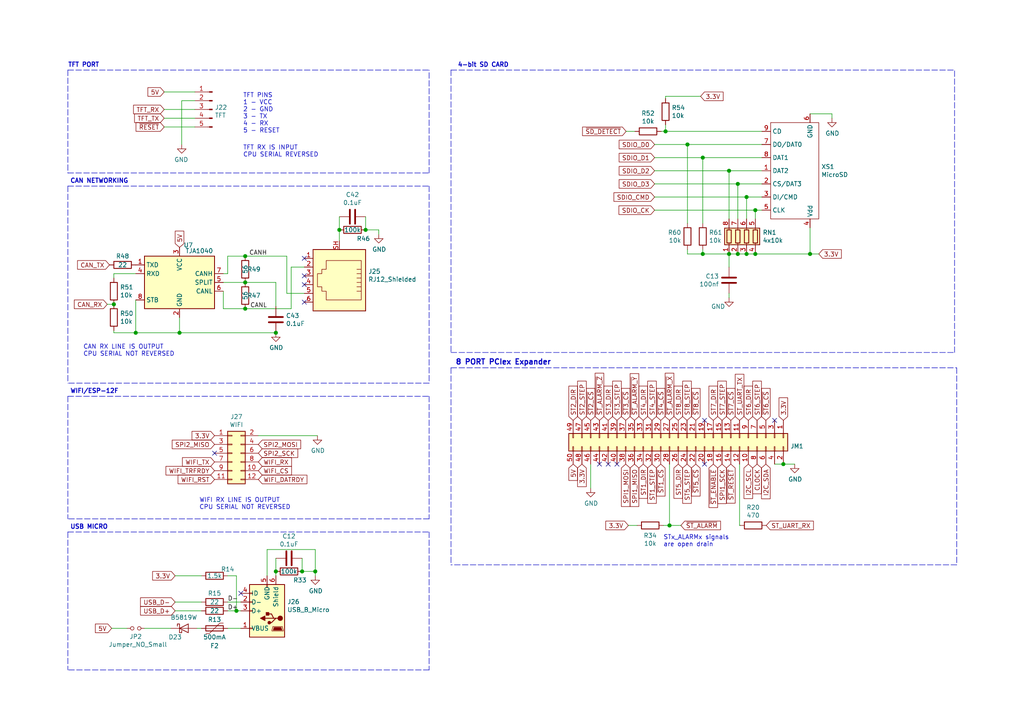
<source format=kicad_sch>
(kicad_sch (version 20210126) (generator eeschema)
  (paper "A4")
  (lib_symbols
    (symbol "Connector:Conn_01x05_Male" (pin_names (offset 1.016) hide)
      (property "Reference" "J" (at 0 7.62 0))
      (property "Value" "Conn_01x05_Male" (at 0 -7.62 0))
      (symbol "Conn_01x05_Male_1_1"
        (rectangle (start 0.8636 -4.953) (end 0 -5.207) (stroke (width 0.1524)) (fill (type outline)))
        (rectangle (start 0.8636 -2.413) (end 0 -2.667) (stroke (width 0.1524)) (fill (type outline)))
        (rectangle (start 0.8636 0.127) (end 0 -0.127) (stroke (width 0.1524)) (fill (type outline)))
        (rectangle (start 0.8636 2.667) (end 0 2.413) (stroke (width 0.1524)) (fill (type outline)))
        (rectangle (start 0.8636 5.207) (end 0 4.953) (stroke (width 0.1524)) (fill (type outline)))
        (polyline (pts (xy 1.27 -5.08) (xy 0.8636 -5.08)) (stroke (width 0.1524)))
        (polyline (pts (xy 1.27 -2.54) (xy 0.8636 -2.54)) (stroke (width 0.1524)))
        (polyline (pts (xy 1.27 0) (xy 0.8636 0)) (stroke (width 0.1524)))
        (polyline (pts (xy 1.27 2.54) (xy 0.8636 2.54)) (stroke (width 0.1524)))
        (polyline (pts (xy 1.27 5.08) (xy 0.8636 5.08)) (stroke (width 0.1524)))
        (pin passive line (at 5.08 5.08 180) (length 3.81) (name "Pin_1") (number "1"))
        (pin passive line (at 5.08 2.54 180) (length 3.81) (name "Pin_2") (number "2"))
        (pin passive line (at 5.08 0 180) (length 3.81) (name "Pin_3") (number "3"))
        (pin passive line (at 5.08 -2.54 180) (length 3.81) (name "Pin_4") (number "4"))
        (pin passive line (at 5.08 -5.08 180) (length 3.81) (name "Pin_5") (number "5"))
      )
    )
    (symbol "Connector:RJ12_Shielded" (pin_names (offset 1.016))
      (property "Reference" "J" (at -5.08 11.43 0))
      (property "Value" "RJ12_Shielded" (at 2.54 11.43 0))
      (symbol "RJ12_Shielded_0_1"
        (rectangle (start 7.62 10.16) (end -7.62 -7.62) (stroke (width 0.254)) (fill (type background)))
        (polyline (pts (xy -6.35 -1.905) (xy -5.08 -1.905) (xy -5.08 -1.905)))
        (polyline (pts (xy -6.35 -0.635) (xy -5.08 -0.635) (xy -5.08 -0.635)))
        (polyline (pts (xy -6.35 0.635) (xy -5.08 0.635) (xy -5.08 0.635)))
        (polyline (pts (xy -6.35 1.905) (xy -5.08 1.905) (xy -5.08 1.905)))
        (polyline (pts (xy -6.35 3.175) (xy -5.08 3.175) (xy -5.08 3.175)))
        (polyline (pts (xy -5.08 4.445) (xy -6.35 4.445) (xy -6.35 4.445)))
        (polyline (pts (xy -6.35 -4.445) (xy -6.35 6.985) (xy 3.81 6.985) (xy 3.81 4.445) (xy 5.08 4.445) (xy 5.08 3.175) (xy 6.35 3.175) (xy 6.35 -0.635) (xy 5.08 -0.635) (xy 5.08 -1.905) (xy 3.81 -1.905) (xy 3.81 -4.445) (xy -6.35 -4.445) (xy -6.35 -4.445)))
      )
      (symbol "RJ12_Shielded_1_1"
        (pin passive line (at 10.16 -5.08 180) (length 2.54) (name "~") (number "1"))
        (pin passive line (at 10.16 -2.54 180) (length 2.54) (name "~") (number "2"))
        (pin passive line (at 10.16 0 180) (length 2.54) (name "~") (number "3"))
        (pin passive line (at 10.16 2.54 180) (length 2.54) (name "~") (number "4"))
        (pin passive line (at 10.16 5.08 180) (length 2.54) (name "~") (number "5"))
        (pin passive line (at 10.16 7.62 180) (length 2.54) (name "~") (number "6"))
        (pin passive line (at 0 -10.16 90) (length 2.54) (name "~") (number "SH"))
      )
    )
    (symbol "Connector:USB_B_Micro"
      (property "Reference" "J" (at -5.08 11.43 0))
      (property "Value" "USB_B_Micro" (at -5.08 8.89 0))
      (symbol "USB_B_Micro_0_1"
        (circle (center -3.81 2.159) (radius 0.635) (stroke (width 0.254)) (fill (type outline)))
        (circle (center -0.635 3.429) (radius 0.381) (stroke (width 0.254)) (fill (type outline)))
        (rectangle (start -5.08 -7.62) (end 5.08 7.62) (stroke (width 0.254)) (fill (type background)))
        (rectangle (start -0.127 -7.62) (end 0.127 -6.858))
        (rectangle (start 0.254 1.27) (end -0.508 0.508) (stroke (width 0.254)) (fill (type outline)))
        (rectangle (start 5.08 -5.207) (end 4.318 -4.953))
        (rectangle (start 5.08 -2.667) (end 4.318 -2.413))
        (rectangle (start 5.08 -0.127) (end 4.318 0.127))
        (rectangle (start 5.08 4.953) (end 4.318 5.207))
        (polyline (pts (xy -1.905 2.159) (xy 0.635 2.159)) (stroke (width 0.254)))
        (polyline (pts (xy -3.175 2.159) (xy -2.54 2.159) (xy -1.27 3.429) (xy -0.635 3.429)) (stroke (width 0.254)))
        (polyline (pts (xy -2.54 2.159) (xy -1.905 2.159) (xy -1.27 0.889) (xy 0 0.889)) (stroke (width 0.254)))
        (polyline (pts (xy 0.635 2.794) (xy 0.635 1.524) (xy 1.905 2.159) (xy 0.635 2.794)) (stroke (width 0.254)) (fill (type outline)))
        (polyline (pts (xy -4.318 5.588) (xy -1.778 5.588) (xy -2.032 4.826) (xy -4.064 4.826) (xy -4.318 5.588)) (fill (type outline)))
        (polyline (pts (xy -4.699 5.842) (xy -4.699 5.588) (xy -4.445 4.826) (xy -4.445 4.572) (xy -1.651 4.572) (xy -1.651 4.826) (xy -1.397 5.588) (xy -1.397 5.842) (xy -4.699 5.842)))
      )
      (symbol "USB_B_Micro_1_1"
        (pin power_out line (at 7.62 5.08 180) (length 2.54) (name "VBUS") (number "1"))
        (pin passive line (at 7.62 -2.54 180) (length 2.54) (name "D-") (number "2"))
        (pin passive line (at 7.62 0 180) (length 2.54) (name "D+") (number "3"))
        (pin passive line (at 7.62 -5.08 180) (length 2.54) (name "ID") (number "4"))
        (pin power_out line (at 0 -10.16 90) (length 2.54) (name "GND") (number "5"))
        (pin passive line (at -2.54 -10.16 90) (length 2.54) (name "Shield") (number "6"))
      )
    )
    (symbol "Connector_Generic:Conn_02x06_Odd_Even" (pin_names (offset 1.016) hide)
      (property "Reference" "J" (at 1.27 7.62 0))
      (property "Value" "Conn_02x06_Odd_Even" (at 1.27 -10.16 0))
      (symbol "Conn_02x06_Odd_Even_1_1"
        (rectangle (start -1.27 -4.953) (end 0 -5.207) (stroke (width 0.1524)))
        (rectangle (start -1.27 -7.493) (end 0 -7.747) (stroke (width 0.1524)))
        (rectangle (start -1.27 -2.413) (end 0 -2.667) (stroke (width 0.1524)))
        (rectangle (start -1.27 2.667) (end 0 2.413) (stroke (width 0.1524)))
        (rectangle (start -1.27 5.207) (end 0 4.953) (stroke (width 0.1524)))
        (rectangle (start -1.27 6.35) (end 3.81 -8.89) (stroke (width 0.254)) (fill (type background)))
        (rectangle (start -1.27 0.127) (end 0 -0.127) (stroke (width 0.1524)))
        (rectangle (start 3.81 -4.953) (end 2.54 -5.207) (stroke (width 0.1524)))
        (rectangle (start 3.81 -7.493) (end 2.54 -7.747) (stroke (width 0.1524)))
        (rectangle (start 3.81 -2.413) (end 2.54 -2.667) (stroke (width 0.1524)))
        (rectangle (start 3.81 2.667) (end 2.54 2.413) (stroke (width 0.1524)))
        (rectangle (start 3.81 5.207) (end 2.54 4.953) (stroke (width 0.1524)))
        (rectangle (start 3.81 0.127) (end 2.54 -0.127) (stroke (width 0.1524)))
        (pin passive line (at -5.08 5.08 0) (length 3.81) (name "Pin_1") (number "1"))
        (pin passive line (at 7.62 -5.08 180) (length 3.81) (name "Pin_10") (number "10"))
        (pin passive line (at -5.08 -7.62 0) (length 3.81) (name "Pin_11") (number "11"))
        (pin passive line (at 7.62 -7.62 180) (length 3.81) (name "Pin_12") (number "12"))
        (pin passive line (at 7.62 5.08 180) (length 3.81) (name "Pin_2") (number "2"))
        (pin passive line (at -5.08 2.54 0) (length 3.81) (name "Pin_3") (number "3"))
        (pin passive line (at 7.62 2.54 180) (length 3.81) (name "Pin_4") (number "4"))
        (pin passive line (at -5.08 0 0) (length 3.81) (name "Pin_5") (number "5"))
        (pin passive line (at 7.62 0 180) (length 3.81) (name "Pin_6") (number "6"))
        (pin passive line (at -5.08 -2.54 0) (length 3.81) (name "Pin_7") (number "7"))
        (pin passive line (at 7.62 -2.54 180) (length 3.81) (name "Pin_8") (number "8"))
        (pin passive line (at -5.08 -5.08 0) (length 3.81) (name "Pin_9") (number "9"))
      )
    )
    (symbol "Connector_Generic:Conn_02x25_Odd_Even" (pin_names (offset 1.016) hide)
      (property "Reference" "J" (at 1.27 33.02 0))
      (property "Value" "Conn_02x25_Odd_Even" (at 1.27 -33.02 0))
      (symbol "Conn_02x25_Odd_Even_1_1"
        (rectangle (start -1.27 -27.813) (end 0 -28.067) (stroke (width 0.1524)))
        (rectangle (start -1.27 -30.353) (end 0 -30.607) (stroke (width 0.1524)))
        (rectangle (start -1.27 -4.953) (end 0 -5.207) (stroke (width 0.1524)))
        (rectangle (start -1.27 -7.493) (end 0 -7.747) (stroke (width 0.1524)))
        (rectangle (start -1.27 -10.033) (end 0 -10.287) (stroke (width 0.1524)))
        (rectangle (start -1.27 -12.573) (end 0 -12.827) (stroke (width 0.1524)))
        (rectangle (start -1.27 -15.113) (end 0 -15.367) (stroke (width 0.1524)))
        (rectangle (start -1.27 -17.653) (end 0 -17.907) (stroke (width 0.1524)))
        (rectangle (start -1.27 -20.193) (end 0 -20.447) (stroke (width 0.1524)))
        (rectangle (start -1.27 -22.733) (end 0 -22.987) (stroke (width 0.1524)))
        (rectangle (start -1.27 -2.413) (end 0 -2.667) (stroke (width 0.1524)))
        (rectangle (start -1.27 -25.273) (end 0 -25.527) (stroke (width 0.1524)))
        (rectangle (start -1.27 25.527) (end 0 25.273) (stroke (width 0.1524)))
        (rectangle (start -1.27 2.667) (end 0 2.413) (stroke (width 0.1524)))
        (rectangle (start -1.27 28.067) (end 0 27.813) (stroke (width 0.1524)))
        (rectangle (start -1.27 30.607) (end 0 30.353) (stroke (width 0.1524)))
        (rectangle (start -1.27 31.75) (end 3.81 -31.75) (stroke (width 0.254)) (fill (type background)))
        (rectangle (start -1.27 5.207) (end 0 4.953) (stroke (width 0.1524)))
        (rectangle (start -1.27 7.747) (end 0 7.493) (stroke (width 0.1524)))
        (rectangle (start -1.27 10.287) (end 0 10.033) (stroke (width 0.1524)))
        (rectangle (start -1.27 0.127) (end 0 -0.127) (stroke (width 0.1524)))
        (rectangle (start -1.27 12.827) (end 0 12.573) (stroke (width 0.1524)))
        (rectangle (start -1.27 15.367) (end 0 15.113) (stroke (width 0.1524)))
        (rectangle (start -1.27 17.907) (end 0 17.653) (stroke (width 0.1524)))
        (rectangle (start -1.27 20.447) (end 0 20.193) (stroke (width 0.1524)))
        (rectangle (start -1.27 22.987) (end 0 22.733) (stroke (width 0.1524)))
        (rectangle (start 3.81 -27.813) (end 2.54 -28.067) (stroke (width 0.1524)))
        (rectangle (start 3.81 -30.353) (end 2.54 -30.607) (stroke (width 0.1524)))
        (rectangle (start 3.81 -4.953) (end 2.54 -5.207) (stroke (width 0.1524)))
        (rectangle (start 3.81 -7.493) (end 2.54 -7.747) (stroke (width 0.1524)))
        (rectangle (start 3.81 -10.033) (end 2.54 -10.287) (stroke (width 0.1524)))
        (rectangle (start 3.81 -12.573) (end 2.54 -12.827) (stroke (width 0.1524)))
        (rectangle (start 3.81 -15.113) (end 2.54 -15.367) (stroke (width 0.1524)))
        (rectangle (start 3.81 -17.653) (end 2.54 -17.907) (stroke (width 0.1524)))
        (rectangle (start 3.81 -20.193) (end 2.54 -20.447) (stroke (width 0.1524)))
        (rectangle (start 3.81 -22.733) (end 2.54 -22.987) (stroke (width 0.1524)))
        (rectangle (start 3.81 -2.413) (end 2.54 -2.667) (stroke (width 0.1524)))
        (rectangle (start 3.81 -25.273) (end 2.54 -25.527) (stroke (width 0.1524)))
        (rectangle (start 3.81 25.527) (end 2.54 25.273) (stroke (width 0.1524)))
        (rectangle (start 3.81 2.667) (end 2.54 2.413) (stroke (width 0.1524)))
        (rectangle (start 3.81 28.067) (end 2.54 27.813) (stroke (width 0.1524)))
        (rectangle (start 3.81 30.607) (end 2.54 30.353) (stroke (width 0.1524)))
        (rectangle (start 3.81 5.207) (end 2.54 4.953) (stroke (width 0.1524)))
        (rectangle (start 3.81 7.747) (end 2.54 7.493) (stroke (width 0.1524)))
        (rectangle (start 3.81 10.287) (end 2.54 10.033) (stroke (width 0.1524)))
        (rectangle (start 3.81 0.127) (end 2.54 -0.127) (stroke (width 0.1524)))
        (rectangle (start 3.81 12.827) (end 2.54 12.573) (stroke (width 0.1524)))
        (rectangle (start 3.81 15.367) (end 2.54 15.113) (stroke (width 0.1524)))
        (rectangle (start 3.81 17.907) (end 2.54 17.653) (stroke (width 0.1524)))
        (rectangle (start 3.81 20.447) (end 2.54 20.193) (stroke (width 0.1524)))
        (rectangle (start 3.81 22.987) (end 2.54 22.733) (stroke (width 0.1524)))
        (pin passive line (at -5.08 30.48 0) (length 3.81) (name "Pin_1") (number "1"))
        (pin passive line (at 7.62 20.32 180) (length 3.81) (name "Pin_10") (number "10"))
        (pin passive line (at -5.08 17.78 0) (length 3.81) (name "Pin_11") (number "11"))
        (pin passive line (at 7.62 17.78 180) (length 3.81) (name "Pin_12") (number "12"))
        (pin passive line (at -5.08 15.24 0) (length 3.81) (name "Pin_13") (number "13"))
        (pin passive line (at 7.62 15.24 180) (length 3.81) (name "Pin_14") (number "14"))
        (pin passive line (at -5.08 12.7 0) (length 3.81) (name "Pin_15") (number "15"))
        (pin passive line (at 7.62 12.7 180) (length 3.81) (name "Pin_16") (number "16"))
        (pin passive line (at -5.08 10.16 0) (length 3.81) (name "Pin_17") (number "17"))
        (pin passive line (at 7.62 10.16 180) (length 3.81) (name "Pin_18") (number "18"))
        (pin passive line (at -5.08 7.62 0) (length 3.81) (name "Pin_19") (number "19"))
        (pin passive line (at 7.62 30.48 180) (length 3.81) (name "Pin_2") (number "2"))
        (pin passive line (at 7.62 7.62 180) (length 3.81) (name "Pin_20") (number "20"))
        (pin passive line (at -5.08 5.08 0) (length 3.81) (name "Pin_21") (number "21"))
        (pin passive line (at 7.62 5.08 180) (length 3.81) (name "Pin_22") (number "22"))
        (pin passive line (at -5.08 2.54 0) (length 3.81) (name "Pin_23") (number "23"))
        (pin passive line (at 7.62 2.54 180) (length 3.81) (name "Pin_24") (number "24"))
        (pin passive line (at -5.08 0 0) (length 3.81) (name "Pin_25") (number "25"))
        (pin passive line (at 7.62 0 180) (length 3.81) (name "Pin_26") (number "26"))
        (pin passive line (at -5.08 -2.54 0) (length 3.81) (name "Pin_27") (number "27"))
        (pin passive line (at 7.62 -2.54 180) (length 3.81) (name "Pin_28") (number "28"))
        (pin passive line (at -5.08 -5.08 0) (length 3.81) (name "Pin_29") (number "29"))
        (pin passive line (at -5.08 27.94 0) (length 3.81) (name "Pin_3") (number "3"))
        (pin passive line (at 7.62 -5.08 180) (length 3.81) (name "Pin_30") (number "30"))
        (pin passive line (at -5.08 -7.62 0) (length 3.81) (name "Pin_31") (number "31"))
        (pin passive line (at 7.62 -7.62 180) (length 3.81) (name "Pin_32") (number "32"))
        (pin passive line (at -5.08 -10.16 0) (length 3.81) (name "Pin_33") (number "33"))
        (pin passive line (at 7.62 -10.16 180) (length 3.81) (name "Pin_34") (number "34"))
        (pin passive line (at -5.08 -12.7 0) (length 3.81) (name "Pin_35") (number "35"))
        (pin passive line (at 7.62 -12.7 180) (length 3.81) (name "Pin_36") (number "36"))
        (pin passive line (at -5.08 -15.24 0) (length 3.81) (name "Pin_37") (number "37"))
        (pin passive line (at 7.62 -15.24 180) (length 3.81) (name "Pin_38") (number "38"))
        (pin passive line (at -5.08 -17.78 0) (length 3.81) (name "Pin_39") (number "39"))
        (pin passive line (at 7.62 27.94 180) (length 3.81) (name "Pin_4") (number "4"))
        (pin passive line (at 7.62 -17.78 180) (length 3.81) (name "Pin_40") (number "40"))
        (pin passive line (at -5.08 -20.32 0) (length 3.81) (name "Pin_41") (number "41"))
        (pin passive line (at 7.62 -20.32 180) (length 3.81) (name "Pin_42") (number "42"))
        (pin passive line (at -5.08 -22.86 0) (length 3.81) (name "Pin_43") (number "43"))
        (pin passive line (at 7.62 -22.86 180) (length 3.81) (name "Pin_44") (number "44"))
        (pin passive line (at -5.08 -25.4 0) (length 3.81) (name "Pin_45") (number "45"))
        (pin passive line (at 7.62 -25.4 180) (length 3.81) (name "Pin_46") (number "46"))
        (pin passive line (at -5.08 -27.94 0) (length 3.81) (name "Pin_47") (number "47"))
        (pin passive line (at 7.62 -27.94 180) (length 3.81) (name "Pin_48") (number "48"))
        (pin passive line (at -5.08 -30.48 0) (length 3.81) (name "Pin_49") (number "49"))
        (pin passive line (at -5.08 25.4 0) (length 3.81) (name "Pin_5") (number "5"))
        (pin passive line (at 7.62 -30.48 180) (length 3.81) (name "Pin_50") (number "50"))
        (pin passive line (at 7.62 25.4 180) (length 3.81) (name "Pin_6") (number "6"))
        (pin passive line (at -5.08 22.86 0) (length 3.81) (name "Pin_7") (number "7"))
        (pin passive line (at 7.62 22.86 180) (length 3.81) (name "Pin_8") (number "8"))
        (pin passive line (at -5.08 20.32 0) (length 3.81) (name "Pin_9") (number "9"))
      )
    )
    (symbol "Device:C" (pin_numbers hide) (pin_names (offset 0.254))
      (property "Reference" "C" (at 0.635 2.54 0))
      (property "Value" "C" (at 0.635 -2.54 0))
      (symbol "C_0_1"
        (polyline (pts (xy -2.032 -0.762) (xy 2.032 -0.762)) (stroke (width 0.508)))
        (polyline (pts (xy -2.032 0.762) (xy 2.032 0.762)) (stroke (width 0.508)))
      )
      (symbol "C_1_1"
        (pin passive line (at 0 3.81 270) (length 2.794) (name "~") (number "1"))
        (pin passive line (at 0 -3.81 90) (length 2.794) (name "~") (number "2"))
      )
    )
    (symbol "Device:D_Schottky" (pin_numbers hide) (pin_names hide)
      (property "Reference" "D" (at 0 2.54 0))
      (property "Value" "D_Schottky" (at 0 -2.54 0))
      (symbol "D_Schottky_0_1"
        (polyline (pts (xy 1.27 0) (xy -1.27 0)))
        (polyline (pts (xy 1.27 1.27) (xy 1.27 -1.27) (xy -1.27 0) (xy 1.27 1.27)) (stroke (width 0.2032)))
        (polyline (pts (xy -1.905 0.635) (xy -1.905 1.27) (xy -1.27 1.27) (xy -1.27 -1.27) (xy -0.635 -1.27) (xy -0.635 -0.635)) (stroke (width 0.2032)))
      )
      (symbol "D_Schottky_1_1"
        (pin passive line (at -3.81 0 0) (length 2.54) (name "K") (number "1"))
        (pin passive line (at 3.81 0 180) (length 2.54) (name "A") (number "2"))
      )
    )
    (symbol "Device:Jumper_NO_Small" (pin_numbers hide) (pin_names (offset 0.762) hide)
      (property "Reference" "JP" (at 0 2.032 0))
      (property "Value" "Jumper_NO_Small" (at 0.254 -1.524 0))
      (symbol "Jumper_NO_Small_0_1"
        (circle (center -1.016 0) (radius 0.508))
        (circle (center 1.016 0) (radius 0.508))
        (pin passive line (at -2.54 0 0) (length 1.016) (name "1") (number "1"))
        (pin passive line (at 2.54 0 180) (length 1.016) (name "2") (number "2"))
      )
    )
    (symbol "Device:Polyfuse" (pin_numbers hide) (pin_names (offset 0))
      (property "Reference" "F" (at -2.54 0 90))
      (property "Value" "Polyfuse" (at 2.54 0 90))
      (symbol "Polyfuse_0_1"
        (rectangle (start -0.762 2.54) (end 0.762 -2.54) (stroke (width 0.254)))
        (polyline (pts (xy 0 2.54) (xy 0 -2.54)))
        (polyline (pts (xy -1.524 2.54) (xy -1.524 1.524) (xy 1.524 -1.524) (xy 1.524 -2.54)))
      )
      (symbol "Polyfuse_1_1"
        (pin passive line (at 0 3.81 270) (length 1.27) (name "~") (number "1"))
        (pin passive line (at 0 -3.81 90) (length 1.27) (name "~") (number "2"))
      )
    )
    (symbol "Device:R" (pin_numbers hide) (pin_names (offset 0))
      (property "Reference" "R" (at 2.032 0 90))
      (property "Value" "R" (at 0 0 90))
      (symbol "R_0_1"
        (rectangle (start -1.016 -2.54) (end 1.016 2.54) (stroke (width 0.254)))
      )
      (symbol "R_1_1"
        (pin passive line (at 0 3.81 270) (length 1.27) (name "~") (number "1"))
        (pin passive line (at 0 -3.81 90) (length 1.27) (name "~") (number "2"))
      )
    )
    (symbol "Device:R_Pack04" (pin_names (offset 0) hide)
      (property "Reference" "RN" (at -7.62 0 90))
      (property "Value" "R_Pack04" (at 5.08 0 90))
      (symbol "R_Pack04_0_1"
        (rectangle (start -6.35 -2.413) (end 3.81 2.413) (stroke (width 0.254)) (fill (type background)))
        (rectangle (start -5.715 1.905) (end -4.445 -1.905) (stroke (width 0.254)))
        (rectangle (start -3.175 1.905) (end -1.905 -1.905) (stroke (width 0.254)))
        (rectangle (start -0.635 1.905) (end 0.635 -1.905) (stroke (width 0.254)))
        (rectangle (start 1.905 1.905) (end 3.175 -1.905) (stroke (width 0.254)))
        (polyline (pts (xy -5.08 -2.54) (xy -5.08 -1.905)))
        (polyline (pts (xy -5.08 1.905) (xy -5.08 2.54)))
        (polyline (pts (xy -2.54 -2.54) (xy -2.54 -1.905)))
        (polyline (pts (xy -2.54 1.905) (xy -2.54 2.54)))
        (polyline (pts (xy 0 -2.54) (xy 0 -1.905)))
        (polyline (pts (xy 0 1.905) (xy 0 2.54)))
        (polyline (pts (xy 2.54 -2.54) (xy 2.54 -1.905)))
        (polyline (pts (xy 2.54 1.905) (xy 2.54 2.54)))
      )
      (symbol "R_Pack04_1_1"
        (pin passive line (at -5.08 -5.08 90) (length 2.54) (name "R1.1") (number "1"))
        (pin passive line (at -2.54 -5.08 90) (length 2.54) (name "R2.1") (number "2"))
        (pin passive line (at 0 -5.08 90) (length 2.54) (name "R3.1") (number "3"))
        (pin passive line (at 2.54 -5.08 90) (length 2.54) (name "R4.1") (number "4"))
        (pin passive line (at 2.54 5.08 270) (length 2.54) (name "R4.2") (number "5"))
        (pin passive line (at 0 5.08 270) (length 2.54) (name "R3.2") (number "6"))
        (pin passive line (at -2.54 5.08 270) (length 2.54) (name "R2.2") (number "7"))
        (pin passive line (at -5.08 5.08 270) (length 2.54) (name "R1.2") (number "8"))
      )
    )
    (symbol "Interface_CAN_LIN:TJA1042T"
      (property "Reference" "U" (at -10.16 8.89 0))
      (property "Value" "TJA1042T" (at 1.27 8.89 0))
      (symbol "TJA1042T_0_1"
        (rectangle (start -10.16 7.62) (end 10.16 -7.62) (stroke (width 0.254)) (fill (type background)))
      )
      (symbol "TJA1042T_1_1"
        (pin input line (at -12.7 5.08 0) (length 2.54) (name "TXD") (number "1"))
        (pin power_in line (at 0 -10.16 90) (length 2.54) (name "GND") (number "2"))
        (pin power_in line (at 0 10.16 270) (length 2.54) (name "VCC") (number "3"))
        (pin output line (at -12.7 2.54 0) (length 2.54) (name "RXD") (number "4"))
        (pin power_out line (at 12.7 0 180) (length 2.54) (name "SPLIT") (number "5"))
        (pin bidirectional line (at 12.7 -2.54 180) (length 2.54) (name "CANL") (number "6"))
        (pin bidirectional line (at 12.7 2.54 180) (length 2.54) (name "CANH") (number "7"))
        (pin input line (at -12.7 -5.08 0) (length 2.54) (name "STB") (number "8"))
      )
    )
    (symbol "power:GND" (power) (pin_names (offset 0))
      (property "Value" "GND" (at 0 -3.81 0))
      (symbol "GND_0_1"
        (polyline (pts (xy 0 0) (xy 0 -1.27) (xy 1.27 -1.27) (xy 0 -2.54) (xy -1.27 -1.27) (xy 0 -1.27)))
      )
      (symbol "GND_1_1"
        (pin power_in line (at 0 0 270) (length 0) hide (name "GND") (number "1"))
      )
    )
    (symbol "uSD_push-push_ebay:SD_ebay-uSD-push_push_SMD"
      (property "Reference" "XS" (at 6.35 -15.24 0))
      (property "Value" "SD_ebay-uSD-push_push_SMD" (at -8.255 0 90))
      (symbol "SD_ebay-uSD-push_push_SMD_0_1"
        (rectangle (start -6.35 13.97) (end 7.62 -13.97))
      )
      (symbol "SD_ebay-uSD-push_push_SMD_1_1"
        (pin bidirectional line (at 10.16 0 180) (length 2.54) (name "DAT2") (number "1"))
        (pin input line (at 10.16 3.81 180) (length 2.54) (name "CS/DAT3") (number "2"))
        (pin input line (at 10.16 7.62 180) (length 2.54) (name "DI/CMD") (number "3"))
        (pin input line (at -3.81 16.51 270) (length 2.54) (name "Vdd") (number "4"))
        (pin input line (at 10.16 11.43 180) (length 2.54) (name "CLK") (number "5"))
        (pin input line (at -3.81 -16.51 90) (length 2.54) (name "GND") (number "6"))
        (pin input line (at 10.16 -7.62 180) (length 2.54) (name "DO/DAT0") (number "7"))
        (pin bidirectional line (at 10.16 -3.81 180) (length 2.54) (name "DAT1") (number "8"))
        (pin input line (at 10.16 -11.43 180) (length 2.54) (name "CD") (number "9"))
      )
    )
  )
  (junction (at 33.02 88.265) (diameter 1.016))
  (junction (at 39.37 96.52) (diameter 1.016))
  (junction (at 52.07 96.52) (diameter 1.016))
  (junction (at 68.58 177.165) (diameter 1.016))
  (junction (at 71.12 74.295) (diameter 1.016))
  (junction (at 71.12 81.915) (diameter 1.016))
  (junction (at 71.12 89.535) (diameter 1.016))
  (junction (at 80.01 96.52) (diameter 1.016))
  (junction (at 80.01 165.735) (diameter 1.016))
  (junction (at 87.63 165.735) (diameter 1.016))
  (junction (at 91.44 165.735) (diameter 1.016))
  (junction (at 98.425 66.675) (diameter 1.016))
  (junction (at 106.045 66.675) (diameter 1.016))
  (junction (at 193.04 38.1) (diameter 1.016))
  (junction (at 194.183 152.4) (diameter 1.016))
  (junction (at 199.39 41.91) (diameter 1.016))
  (junction (at 203.835 45.72) (diameter 1.016))
  (junction (at 203.835 73.66) (diameter 1.016))
  (junction (at 211.455 49.53) (diameter 1.016))
  (junction (at 211.455 73.66) (diameter 1.016))
  (junction (at 213.995 53.34) (diameter 1.016))
  (junction (at 213.995 73.66) (diameter 1.016))
  (junction (at 216.535 57.15) (diameter 1.016))
  (junction (at 216.535 73.66) (diameter 1.016))
  (junction (at 219.075 60.96) (diameter 1.016))
  (junction (at 219.075 73.66) (diameter 1.016))
  (junction (at 227.203 134.62) (diameter 1.016))
  (junction (at 234.95 73.66) (diameter 1.016))
  (no_connect (at 62.23 131.445))
  (no_connect (at 69.85 172.085))
  (no_connect (at 88.265 74.93))
  (no_connect (at 88.265 80.01))
  (no_connect (at 88.265 82.55))
  (no_connect (at 88.265 87.63))
  (no_connect (at 173.863 134.62))
  (no_connect (at 176.403 134.62))
  (no_connect (at 178.943 134.62))
  (no_connect (at 204.343 121.92))
  (no_connect (at 204.343 134.62))
  (no_connect (at 224.663 121.92))
  (wire (pts (xy 31.115 88.265) (xy 33.02 88.265)))
  (wire (pts (xy 32.385 182.245) (xy 36.83 182.245)))
  (wire (pts (xy 33.02 79.375) (xy 33.02 80.645)))
  (wire (pts (xy 33.02 95.885) (xy 33.02 96.52)))
  (wire (pts (xy 33.02 96.52) (xy 39.37 96.52)))
  (wire (pts (xy 39.37 79.375) (xy 33.02 79.375)))
  (wire (pts (xy 39.37 86.995) (xy 39.37 96.52)))
  (wire (pts (xy 39.37 96.52) (xy 52.07 96.52)))
  (wire (pts (xy 41.91 182.245) (xy 49.53 182.245)))
  (wire (pts (xy 47.625 36.83) (xy 56.515 36.83)))
  (wire (pts (xy 52.07 96.52) (xy 52.07 92.075)))
  (wire (pts (xy 52.705 29.21) (xy 52.705 41.91)))
  (wire (pts (xy 56.515 26.67) (xy 47.625 26.67)))
  (wire (pts (xy 56.515 29.21) (xy 52.705 29.21)))
  (wire (pts (xy 56.515 31.75) (xy 47.625 31.75)))
  (wire (pts (xy 56.515 34.29) (xy 47.625 34.29)))
  (wire (pts (xy 57.15 182.245) (xy 58.42 182.245)))
  (wire (pts (xy 58.42 167.005) (xy 50.8 167.005)))
  (wire (pts (xy 58.42 174.625) (xy 50.8 174.625)))
  (wire (pts (xy 58.42 177.165) (xy 50.8 177.165)))
  (wire (pts (xy 64.77 79.375) (xy 66.04 79.375)))
  (wire (pts (xy 64.77 81.915) (xy 71.12 81.915)))
  (wire (pts (xy 64.77 84.455) (xy 64.77 89.535)))
  (wire (pts (xy 64.77 89.535) (xy 71.12 89.535)))
  (wire (pts (xy 66.04 74.295) (xy 66.04 79.375)))
  (wire (pts (xy 66.04 74.295) (xy 71.12 74.295)))
  (wire (pts (xy 66.04 167.005) (xy 68.58 167.005)))
  (wire (pts (xy 66.04 174.625) (xy 69.85 174.625)))
  (wire (pts (xy 66.04 177.165) (xy 68.58 177.165)))
  (wire (pts (xy 66.04 182.245) (xy 69.85 182.245)))
  (wire (pts (xy 68.58 167.005) (xy 68.58 177.165)))
  (wire (pts (xy 68.58 177.165) (xy 69.85 177.165)))
  (wire (pts (xy 71.12 74.295) (xy 83.185 74.295)))
  (wire (pts (xy 71.12 81.915) (xy 80.01 81.915)))
  (wire (pts (xy 71.12 89.535) (xy 84.455 89.535)))
  (wire (pts (xy 74.93 126.365) (xy 92.075 126.365)))
  (wire (pts (xy 77.47 159.385) (xy 91.44 159.385)))
  (wire (pts (xy 77.47 167.005) (xy 77.47 159.385)))
  (wire (pts (xy 80.01 81.915) (xy 80.01 88.9)))
  (wire (pts (xy 80.01 96.52) (xy 52.07 96.52)))
  (wire (pts (xy 80.01 165.735) (xy 80.01 161.925)))
  (wire (pts (xy 80.01 167.005) (xy 80.01 165.735)))
  (wire (pts (xy 83.185 74.295) (xy 83.185 85.09)))
  (wire (pts (xy 83.185 85.09) (xy 88.265 85.09)))
  (wire (pts (xy 84.455 77.47) (xy 88.265 77.47)))
  (wire (pts (xy 84.455 89.535) (xy 84.455 77.47)))
  (wire (pts (xy 87.63 161.925) (xy 87.63 165.735)))
  (wire (pts (xy 87.63 165.735) (xy 91.44 165.735)))
  (wire (pts (xy 91.44 159.385) (xy 91.44 165.735)))
  (wire (pts (xy 91.44 165.735) (xy 91.44 167.005)))
  (wire (pts (xy 98.425 66.675) (xy 98.425 62.865)))
  (wire (pts (xy 98.425 66.675) (xy 98.425 69.85)))
  (wire (pts (xy 106.045 62.865) (xy 106.045 66.675)))
  (wire (pts (xy 106.045 66.675) (xy 109.855 66.675)))
  (wire (pts (xy 109.855 66.675) (xy 109.855 67.945)))
  (wire (pts (xy 171.323 134.62) (xy 171.323 141.605)))
  (wire (pts (xy 181.61 38.1) (xy 184.15 38.1)))
  (wire (pts (xy 184.785 152.4) (xy 182.245 152.4)))
  (wire (pts (xy 189.865 41.91) (xy 199.39 41.91)))
  (wire (pts (xy 189.865 45.72) (xy 203.835 45.72)))
  (wire (pts (xy 189.865 49.53) (xy 211.455 49.53)))
  (wire (pts (xy 189.865 53.34) (xy 213.995 53.34)))
  (wire (pts (xy 189.865 57.15) (xy 216.535 57.15)))
  (wire (pts (xy 189.865 60.96) (xy 219.075 60.96)))
  (wire (pts (xy 191.77 38.1) (xy 193.04 38.1)))
  (wire (pts (xy 192.405 152.4) (xy 194.183 152.4)))
  (wire (pts (xy 193.04 27.94) (xy 193.04 28.575)))
  (wire (pts (xy 193.04 36.195) (xy 193.04 38.1)))
  (wire (pts (xy 193.04 38.1) (xy 220.98 38.1)))
  (wire (pts (xy 194.183 134.62) (xy 194.183 152.4)))
  (wire (pts (xy 194.183 152.4) (xy 197.485 152.4)))
  (wire (pts (xy 199.39 41.91) (xy 220.98 41.91)))
  (wire (pts (xy 199.39 64.77) (xy 199.39 41.91)))
  (wire (pts (xy 199.39 72.39) (xy 199.39 73.66)))
  (wire (pts (xy 199.39 73.66) (xy 203.835 73.66)))
  (wire (pts (xy 203.2 27.94) (xy 193.04 27.94)))
  (wire (pts (xy 203.835 45.72) (xy 220.98 45.72)))
  (wire (pts (xy 203.835 64.77) (xy 203.835 45.72)))
  (wire (pts (xy 203.835 72.39) (xy 203.835 73.66)))
  (wire (pts (xy 203.835 73.66) (xy 211.455 73.66)))
  (wire (pts (xy 211.455 49.53) (xy 211.455 63.5)))
  (wire (pts (xy 211.455 49.53) (xy 220.98 49.53)))
  (wire (pts (xy 211.455 73.66) (xy 211.455 77.47)))
  (wire (pts (xy 211.455 73.66) (xy 213.995 73.66)))
  (wire (pts (xy 211.455 86.36) (xy 211.455 85.09)))
  (wire (pts (xy 213.995 53.34) (xy 213.995 63.5)))
  (wire (pts (xy 213.995 53.34) (xy 220.98 53.34)))
  (wire (pts (xy 213.995 73.66) (xy 216.535 73.66)))
  (wire (pts (xy 214.503 134.62) (xy 214.503 152.4)))
  (wire (pts (xy 214.503 152.4) (xy 214.63 152.4)))
  (wire (pts (xy 216.535 57.15) (xy 216.535 63.5)))
  (wire (pts (xy 216.535 57.15) (xy 220.98 57.15)))
  (wire (pts (xy 216.535 73.66) (xy 219.075 73.66)))
  (wire (pts (xy 219.075 60.96) (xy 219.075 63.5)))
  (wire (pts (xy 219.075 60.96) (xy 220.98 60.96)))
  (wire (pts (xy 219.075 73.66) (xy 234.95 73.66)))
  (wire (pts (xy 224.663 134.62) (xy 227.203 134.62)))
  (wire (pts (xy 227.203 134.62) (xy 230.505 134.62)))
  (wire (pts (xy 234.95 33.02) (xy 241.3 33.02)))
  (wire (pts (xy 234.95 66.04) (xy 234.95 73.66)))
  (wire (pts (xy 237.49 73.66) (xy 234.95 73.66)))
  (wire (pts (xy 241.3 33.02) (xy 241.3 34.29)))
  (polyline (pts (xy 19.685 20.32) (xy 19.685 50.165)) (stroke (width 0) (type dash)))
  (polyline (pts (xy 19.685 20.32) (xy 124.46 20.32)) (stroke (width 0) (type dash)))
  (polyline (pts (xy 19.685 50.165) (xy 124.46 50.165)) (stroke (width 0) (type dash)))
  (polyline (pts (xy 19.685 53.975) (xy 19.685 111.125)) (stroke (width 0) (type dash)))
  (polyline (pts (xy 19.685 53.975) (xy 124.46 53.975)) (stroke (width 0) (type dash)))
  (polyline (pts (xy 19.685 114.935) (xy 19.685 150.495)) (stroke (width 0) (type dash)))
  (polyline (pts (xy 19.685 114.935) (xy 124.46 114.935)) (stroke (width 0) (type dash)))
  (polyline (pts (xy 19.685 154.305) (xy 19.685 194.31)) (stroke (width 0) (type dash)))
  (polyline (pts (xy 19.685 154.305) (xy 124.46 154.305)) (stroke (width 0) (type dash)))
  (polyline (pts (xy 124.46 50.165) (xy 124.46 20.32)) (stroke (width 0) (type dash)))
  (polyline (pts (xy 124.46 53.975) (xy 124.46 111.125)) (stroke (width 0) (type dash)))
  (polyline (pts (xy 124.46 111.125) (xy 19.685 111.125)) (stroke (width 0) (type dash)))
  (polyline (pts (xy 124.46 114.935) (xy 124.46 150.495)) (stroke (width 0) (type dash)))
  (polyline (pts (xy 124.46 150.495) (xy 19.685 150.495)) (stroke (width 0) (type dash)))
  (polyline (pts (xy 124.46 154.305) (xy 124.46 194.31)) (stroke (width 0) (type dash)))
  (polyline (pts (xy 124.46 194.31) (xy 19.685 194.31)) (stroke (width 0) (type dash)))
  (polyline (pts (xy 130.81 20.32) (xy 130.81 102.235)) (stroke (width 0) (type dash)))
  (polyline (pts (xy 130.81 20.32) (xy 276.86 20.32)) (stroke (width 0) (type dash)))
  (polyline (pts (xy 130.81 102.235) (xy 276.86 102.235)) (stroke (width 0) (type dash)))
  (polyline (pts (xy 130.81 106.68) (xy 130.81 163.83)) (stroke (width 0) (type dash)))
  (polyline (pts (xy 130.81 106.68) (xy 277.495 106.68)) (stroke (width 0) (type dash)))
  (polyline (pts (xy 276.86 102.235) (xy 276.86 20.32)) (stroke (width 0) (type dash)))
  (polyline (pts (xy 277.495 106.68) (xy 277.495 163.83)) (stroke (width 0) (type dash)))
  (polyline (pts (xy 277.495 163.83) (xy 130.81 163.83)) (stroke (width 0) (type dash)))
  (text "TFT PORT" (at 19.685 19.685 0) (effects (font (size 1.27 1.27) (thickness 0.254) bold) (justify left bottom)))
  (text "CAN NETWORKING" (at 20.32 53.34 0) (effects (font (size 1.27 1.27) (thickness 0.254) bold) (justify left bottom)))
  (text "WIFI/ESP-12F" (at 20.32 114.3 0) (effects (font (size 1.27 1.27) (thickness 0.254) bold) (justify left bottom)))
  (text "USB MICRO" (at 20.32 153.67 0) (effects (font (size 1.27 1.27) (thickness 0.254) bold) (justify left bottom)))
  (text "CAN RX LINE IS OUTPUT\nCPU SERIAL NOT REVERSED" (at 24.13 103.505 0) (effects (font (size 1.27 1.27)) (justify left bottom)))
  (text "WIFI RX LINE IS OUTPUT\nCPU SERIAL NOT REVERSED" (at 57.785 147.955 0) (effects (font (size 1.27 1.27)) (justify left bottom)))
  (text "TFT PINS\n1 - VCC\n2 - GND\n3 - TX\n4 - RX\n5 - RESET" (at 70.485 38.735 0) (effects (font (size 1.27 1.27)) (justify left bottom)))
  (text "TFT RX IS INPUT\nCPU SERIAL REVERSED" (at 70.485 45.72 0) (effects (font (size 1.27 1.27)) (justify left bottom)))
  (text "8 PORT PCIex Expander\n" (at 132.08 106.045 0) (effects (font (size 1.524 1.524) (thickness 0.3048) bold) (justify left bottom)))
  (text "4-bit SD CARD" (at 132.715 19.685 0) (effects (font (size 1.27 1.27) (thickness 0.254) bold) (justify left bottom)))
  (text "STx_ALARMx signals \nare open drain" (at 192.405 158.75 0) (effects (font (size 1.27 1.27)) (justify left bottom)))
  (label "D-" (at 66.04 174.625 0))
  (label "D+" (at 66.04 177.165 0))
  (label "CANH" (at 77.47 74.295 180))
  (label "CANL" (at 77.47 89.535 180))
  (global_label "CAN_RX" (shape input) (at 31.115 88.265 180) (property "Intersheet References" "${INTERSHEET_REFS}" (effects hide)))
  (global_label "CAN_TX" (shape input) (at 31.75 76.835 180) (property "Intersheet References" "${INTERSHEET_REFS}" (effects hide)))
  (global_label "5V" (shape input) (at 32.385 182.245 180) (property "Intersheet References" "${INTERSHEET_REFS}" (effects hide)))
  (global_label "5V" (shape input) (at 47.625 26.67 180) (property "Intersheet References" "${INTERSHEET_REFS}" (effects hide)))
  (global_label "TFT_RX" (shape input) (at 47.625 31.75 180) (property "Intersheet References" "${INTERSHEET_REFS}" (effects hide)))
  (global_label "TFT_TX" (shape input) (at 47.625 34.29 180) (property "Intersheet References" "${INTERSHEET_REFS}" (effects hide)))
  (global_label "~RESET" (shape input) (at 47.625 36.83 180) (property "Intersheet References" "${INTERSHEET_REFS}" (effects hide)))
  (global_label "3.3V" (shape input) (at 50.8 167.005 180) (property "Intersheet References" "${INTERSHEET_REFS}" (effects hide)))
  (global_label "USB_D-" (shape input) (at 50.8 174.625 180) (property "Intersheet References" "${INTERSHEET_REFS}" (effects hide)))
  (global_label "USB_D+" (shape input) (at 50.8 177.165 180) (property "Intersheet References" "${INTERSHEET_REFS}" (effects hide)))
  (global_label "5V" (shape input) (at 52.07 71.755 90) (property "Intersheet References" "${INTERSHEET_REFS}" (effects hide)))
  (global_label "3.3V" (shape input) (at 62.23 126.365 180) (property "Intersheet References" "${INTERSHEET_REFS}" (effects hide)))
  (global_label "SPI2_MISO" (shape input) (at 62.23 128.905 180) (property "Intersheet References" "${INTERSHEET_REFS}" (effects hide)))
  (global_label "WIFI_TX" (shape input) (at 62.23 133.985 180) (property "Intersheet References" "${INTERSHEET_REFS}" (effects hide)))
  (global_label "WIFI_TRFRDY" (shape input) (at 62.23 136.525 180) (property "Intersheet References" "${INTERSHEET_REFS}" (effects hide)))
  (global_label "WIFI_RST" (shape input) (at 62.23 139.065 180) (property "Intersheet References" "${INTERSHEET_REFS}" (effects hide)))
  (global_label "SPI2_MOSI" (shape input) (at 74.93 128.905 0) (property "Intersheet References" "${INTERSHEET_REFS}" (effects hide)))
  (global_label "SPI2_SCK" (shape input) (at 74.93 131.445 0) (property "Intersheet References" "${INTERSHEET_REFS}" (effects hide)))
  (global_label "WIFI_RX" (shape input) (at 74.93 133.985 0) (property "Intersheet References" "${INTERSHEET_REFS}" (effects hide)))
  (global_label "WIFI_CS" (shape input) (at 74.93 136.525 0) (property "Intersheet References" "${INTERSHEET_REFS}" (effects hide)))
  (global_label "WIFI_DATRDY" (shape input) (at 74.93 139.065 0) (property "Intersheet References" "${INTERSHEET_REFS}" (effects hide)))
  (global_label "ST2_DIR" (shape input) (at 166.243 121.92 90) (property "Intersheet References" "${INTERSHEET_REFS}" (effects hide)))
  (global_label "5V" (shape input) (at 166.243 134.62 270) (property "Intersheet References" "${INTERSHEET_REFS}" (effects hide)))
  (global_label "ST2_STEP" (shape input) (at 168.783 121.92 90) (property "Intersheet References" "${INTERSHEET_REFS}" (effects hide)))
  (global_label "3.3V" (shape input) (at 168.783 134.62 270) (property "Intersheet References" "${INTERSHEET_REFS}" (effects hide)))
  (global_label "~ST2_CS" (shape input) (at 171.323 121.92 90) (property "Intersheet References" "${INTERSHEET_REFS}" (effects hide)))
  (global_label "~ST_ALARM_Z" (shape input) (at 173.863 121.92 90) (property "Intersheet References" "${INTERSHEET_REFS}" (effects hide)))
  (global_label "ST3_DIR" (shape input) (at 176.403 121.92 90) (property "Intersheet References" "${INTERSHEET_REFS}" (effects hide)))
  (global_label "ST3_STEP" (shape input) (at 178.943 121.92 90) (property "Intersheet References" "${INTERSHEET_REFS}" (effects hide)))
  (global_label "~ST3_CS" (shape input) (at 181.483 121.92 90) (property "Intersheet References" "${INTERSHEET_REFS}" (effects hide)))
  (global_label "SPI1_MOSI" (shape input) (at 181.483 134.62 270) (property "Intersheet References" "${INTERSHEET_REFS}" (effects hide)))
  (global_label "~SD_DETECT" (shape input) (at 181.61 38.1 180) (property "Intersheet References" "${INTERSHEET_REFS}" (effects hide)))
  (global_label "3.3V" (shape input) (at 182.245 152.4 180) (property "Intersheet References" "${INTERSHEET_REFS}" (effects hide)))
  (global_label "~ST_ALARM_Y" (shape input) (at 184.023 121.92 90) (property "Intersheet References" "${INTERSHEET_REFS}" (effects hide)))
  (global_label "SPI1_MISO" (shape input) (at 184.023 134.62 270) (property "Intersheet References" "${INTERSHEET_REFS}" (effects hide)))
  (global_label "ST4_DIR" (shape input) (at 186.563 121.92 90) (property "Intersheet References" "${INTERSHEET_REFS}" (effects hide)))
  (global_label "ST1_DIR" (shape input) (at 186.563 134.62 270) (property "Intersheet References" "${INTERSHEET_REFS}" (effects hide)))
  (global_label "ST4_STEP" (shape input) (at 189.103 121.92 90) (property "Intersheet References" "${INTERSHEET_REFS}" (effects hide)))
  (global_label "ST1_STEP" (shape input) (at 189.103 134.62 270) (property "Intersheet References" "${INTERSHEET_REFS}" (effects hide)))
  (global_label "SDIO_D0" (shape input) (at 189.865 41.91 180) (property "Intersheet References" "${INTERSHEET_REFS}" (effects hide)))
  (global_label "SDIO_D1" (shape input) (at 189.865 45.72 180) (property "Intersheet References" "${INTERSHEET_REFS}" (effects hide)))
  (global_label "SDIO_D2" (shape input) (at 189.865 49.53 180) (property "Intersheet References" "${INTERSHEET_REFS}" (effects hide)))
  (global_label "SDIO_D3" (shape input) (at 189.865 53.34 180) (property "Intersheet References" "${INTERSHEET_REFS}" (effects hide)))
  (global_label "SDIO_CMD" (shape input) (at 189.865 57.15 180) (property "Intersheet References" "${INTERSHEET_REFS}" (effects hide)))
  (global_label "SDIO_CK" (shape input) (at 189.865 60.96 180) (property "Intersheet References" "${INTERSHEET_REFS}" (effects hide)))
  (global_label "~ST4_CS" (shape input) (at 191.643 121.92 90) (property "Intersheet References" "${INTERSHEET_REFS}" (effects hide)))
  (global_label "~ST1_CS" (shape input) (at 191.643 134.62 270) (property "Intersheet References" "${INTERSHEET_REFS}" (effects hide)))
  (global_label "~ST_ALARM_X" (shape input) (at 194.183 121.92 90) (property "Intersheet References" "${INTERSHEET_REFS}" (effects hide)))
  (global_label "ST8_DIR" (shape input) (at 196.723 121.92 90) (property "Intersheet References" "${INTERSHEET_REFS}" (effects hide)))
  (global_label "ST5_DIR" (shape input) (at 196.723 134.62 270) (property "Intersheet References" "${INTERSHEET_REFS}" (effects hide)))
  (global_label "~ST_ALARM" (shape input) (at 197.485 152.4 0) (property "Intersheet References" "${INTERSHEET_REFS}" (effects hide)))
  (global_label "ST8_STEP" (shape input) (at 199.263 121.92 90) (property "Intersheet References" "${INTERSHEET_REFS}" (effects hide)))
  (global_label "ST5_STEP" (shape input) (at 199.263 134.62 270) (property "Intersheet References" "${INTERSHEET_REFS}" (effects hide)))
  (global_label "~ST8_CS" (shape input) (at 201.803 121.92 90) (property "Intersheet References" "${INTERSHEET_REFS}" (effects hide)))
  (global_label "~ST5_CS" (shape input) (at 201.803 134.62 270) (property "Intersheet References" "${INTERSHEET_REFS}" (effects hide)))
  (global_label "3.3V" (shape input) (at 203.2 27.94 0) (property "Intersheet References" "${INTERSHEET_REFS}" (effects hide)))
  (global_label "ST7_DIR" (shape input) (at 206.883 121.92 90) (property "Intersheet References" "${INTERSHEET_REFS}" (effects hide)))
  (global_label "~ST_ENABLE" (shape input) (at 206.883 134.62 270) (property "Intersheet References" "${INTERSHEET_REFS}" (effects hide)))
  (global_label "ST7_STEP" (shape input) (at 209.423 121.92 90) (property "Intersheet References" "${INTERSHEET_REFS}" (effects hide)))
  (global_label "SPI1_SCK" (shape input) (at 209.423 134.62 270) (property "Intersheet References" "${INTERSHEET_REFS}" (effects hide)))
  (global_label "~ST7_CS" (shape input) (at 211.963 121.92 90) (property "Intersheet References" "${INTERSHEET_REFS}" (effects hide)))
  (global_label "~ST_RESET" (shape input) (at 211.963 134.62 270) (property "Intersheet References" "${INTERSHEET_REFS}" (effects hide)))
  (global_label "ST_UART_TX" (shape input) (at 214.503 121.92 90) (property "Intersheet References" "${INTERSHEET_REFS}" (effects hide)))
  (global_label "ST6_DIR" (shape input) (at 217.043 121.92 90) (property "Intersheet References" "${INTERSHEET_REFS}" (effects hide)))
  (global_label "I2C_SCL" (shape input) (at 217.043 134.62 270) (property "Intersheet References" "${INTERSHEET_REFS}" (effects hide)))
  (global_label "ST6_STEP" (shape input) (at 219.583 121.92 90) (property "Intersheet References" "${INTERSHEET_REFS}" (effects hide)))
  (global_label "CLOCK" (shape input) (at 219.583 134.62 270) (property "Intersheet References" "${INTERSHEET_REFS}" (effects hide)))
  (global_label "~ST6_CS" (shape input) (at 222.123 121.92 90) (property "Intersheet References" "${INTERSHEET_REFS}" (effects hide)))
  (global_label "I2C_SDA" (shape input) (at 222.123 134.62 270) (property "Intersheet References" "${INTERSHEET_REFS}" (effects hide)))
  (global_label "ST_UART_RX" (shape input) (at 222.25 152.4 0) (property "Intersheet References" "${INTERSHEET_REFS}" (effects hide)))
  (global_label "3.3V" (shape input) (at 227.203 121.92 90) (property "Intersheet References" "${INTERSHEET_REFS}" (effects hide)))
  (global_label "3.3V" (shape input) (at 237.49 73.66 0) (property "Intersheet References" "${INTERSHEET_REFS}" (effects hide)))
  (symbol (lib_id "Device:Jumper_NO_Small") (at 39.37 182.245 0) (unit 1) (in_bom no)
    (property "Reference" "JP2" (at 39.37 184.6388 0))
    (property "Value" "Jumper_NO_Small" (at 40.005 186.9375 0))
    (property "Footprint" "Connector_PinHeader_2.54mm:PinHeader_1x02_P2.54mm_Vertical" (effects hide))
    (property "THT" "T" (effects hide))
    (property "TME Part#" "A" (effects hide))
  )
  (symbol (lib_id "power:GND") (at 52.705 41.91 0) (mirror y) (unit 1)
    (property "Reference" "#PWR012" (effects hide))
    (property "Value" "GND" (at 52.578 46.3042 0))
  )
  (symbol (lib_id "power:GND") (at 80.01 96.52 0) (unit 1)
    (property "Reference" "#PWR037" (effects hide))
    (property "Value" "GND" (at 80.1243 100.8444 0))
  )
  (symbol (lib_id "power:GND") (at 91.44 167.005 0) (unit 1)
    (property "Reference" "#PWR016" (effects hide))
    (property "Value" "GND" (at 91.567 171.3992 0))
  )
  (symbol (lib_id "power:GND") (at 92.075 126.365 0) (unit 1)
    (property "Reference" "#PWR01" (effects hide))
    (property "Value" "GND" (at 92.1893 130.6894 0))
  )
  (symbol (lib_id "power:GND") (at 109.855 67.945 0) (unit 1)
    (property "Reference" "#PWR057" (effects hide))
    (property "Value" "GND" (at 109.982 72.3392 0))
  )
  (symbol (lib_id "power:GND") (at 171.323 141.605 0) (unit 1)
    (property "Reference" "#PWR020" (effects hide))
    (property "Value" "GND" (at 171.45 145.9992 0))
  )
  (symbol (lib_id "power:GND") (at 211.455 86.36 0) (unit 1)
    (property "Reference" "#PWR014" (effects hide))
    (property "Value" "GND" (at 208.28 88.9 0))
  )
  (symbol (lib_id "power:GND") (at 230.505 134.62 0) (unit 1)
    (property "Reference" "#PWR018" (effects hide))
    (property "Value" "GND" (at 230.632 139.0142 0))
  )
  (symbol (lib_id "power:GND") (at 241.3 34.29 0) (unit 1)
    (property "Reference" "#PWR015" (effects hide))
    (property "Value" "GND" (at 241.427 38.6842 0))
  )
  (symbol (lib_id "Device:R") (at 33.02 84.455 0) (unit 1)
    (property "Reference" "R51" (at 34.7981 83.3056 0) (effects (justify left)))
    (property "Value" "10k" (at 34.7981 85.6043 0) (effects (justify left)))
    (property "Footprint" "Resistor_SMD:R_0402_1005Metric" (effects hide))
    (property "Part #" "0402WGF1002TCE" (effects hide))
    (property "LCSC Part#" "C25744" (effects hide))
  )
  (symbol (lib_id "Device:R") (at 33.02 92.075 0) (unit 1)
    (property "Reference" "R50" (at 34.7981 90.9256 0) (effects (justify left)))
    (property "Value" "10k" (at 34.7981 93.2243 0) (effects (justify left)))
    (property "Footprint" "Resistor_SMD:R_0402_1005Metric" (effects hide))
    (property "Part #" "0402WGF1002TCE" (effects hide))
    (property "LCSC Part#" "C25744" (effects hide))
  )
  (symbol (lib_id "Device:R") (at 35.56 76.835 270) (unit 1)
    (property "Reference" "R48" (at 35.56 74.295 90))
    (property "Value" "22" (at 35.56 76.835 90))
    (property "Footprint" "Resistor_SMD:R_0402_1005Metric" (effects hide))
    (property "Part #" "0402WGF220JTCE" (effects hide))
    (property "LCSC Part#" "C25092" (effects hide))
  )
  (symbol (lib_id "Device:R") (at 62.23 167.005 270) (unit 1)
    (property "Reference" "R14" (at 66.04 165.1 90))
    (property "Value" "1.5k" (at 62.23 167.005 90))
    (property "Footprint" "Resistor_SMD:R_0402_1005Metric" (effects hide))
    (property "Part #" "0402WGF1501TCE" (effects hide))
    (property "LCSC Part#" "C25867" (effects hide))
  )
  (symbol (lib_id "Device:R") (at 62.23 174.625 270) (unit 1)
    (property "Reference" "R15" (at 62.23 172.085 90))
    (property "Value" "22" (at 62.23 174.625 90))
    (property "Footprint" "Resistor_SMD:R_0402_1005Metric" (effects hide))
    (property "Part #" "0402WGF220JTCE" (effects hide))
    (property "LCSC Part#" "C25092" (effects hide))
  )
  (symbol (lib_id "Device:R") (at 62.23 177.165 270) (unit 1)
    (property "Reference" "R13" (at 62.23 179.705 90))
    (property "Value" "22" (at 62.23 177.165 90))
    (property "Footprint" "Resistor_SMD:R_0402_1005Metric" (effects hide))
    (property "Part #" "0402WGF220JTCE" (effects hide))
    (property "LCSC Part#" "C25092" (effects hide))
  )
  (symbol (lib_id "Device:R") (at 71.12 78.105 180) (unit 1)
    (property "Reference" "R49" (at 73.66 78.105 0))
    (property "Value" "56" (at 71.12 78.105 90))
    (property "Footprint" "Resistor_SMD:R_0603_1608Metric" (effects hide))
    (property "Part #" "0603WAF560JT5E" (effects hide))
    (property "LCSC Part#" "C25196" (effects hide))
  )
  (symbol (lib_id "Device:R") (at 71.12 85.725 180) (unit 1)
    (property "Reference" "R47" (at 73.66 85.725 0))
    (property "Value" "56" (at 71.12 85.725 90))
    (property "Footprint" "Resistor_SMD:R_0603_1608Metric" (effects hide))
    (property "Part #" "0603WAF560JT5E" (effects hide))
    (property "LCSC Part#" "C25196" (effects hide))
  )
  (symbol (lib_id "Device:R") (at 83.82 165.735 270) (unit 1)
    (property "Reference" "R33" (at 86.995 168.275 90))
    (property "Value" "100k" (at 83.82 165.735 90))
    (property "Footprint" "Resistor_SMD:R_0402_1005Metric" (effects hide))
    (property "Part #" "0402WGF1003TCE" (effects hide))
    (property "LCSC Part#" "C25741" (effects hide))
  )
  (symbol (lib_id "Device:R") (at 102.235 66.675 270) (unit 1)
    (property "Reference" "R46" (at 105.41 69.215 90))
    (property "Value" "100k" (at 102.235 66.675 90))
    (property "Footprint" "Resistor_SMD:R_0402_1005Metric" (effects hide))
    (property "Part #" "0402WGF1003TCE" (effects hide))
    (property "LCSC Part#" "C25741" (effects hide))
  )
  (symbol (lib_id "Device:R") (at 187.96 38.1 90) (unit 1)
    (property "Reference" "R52" (at 187.96 32.8738 90))
    (property "Value" "10k" (at 187.96 35.1725 90))
    (property "Footprint" "Resistor_SMD:R_0402_1005Metric" (effects hide))
    (property "Part #" "0402WGF1002TCE" (effects hide))
    (property "LCSC Part#" "C25744" (effects hide))
  )
  (symbol (lib_id "Device:R") (at 188.595 152.4 90) (unit 1)
    (property "Reference" "R34" (at 188.595 155.3274 90))
    (property "Value" "10k" (at 188.595 157.6261 90))
    (property "Footprint" "Resistor_SMD:R_0402_1005Metric" (effects hide))
    (property "Part #" "0402WGF1002TCE" (effects hide))
    (property "LCSC Part#" "C25744" (effects hide))
  )
  (symbol (lib_id "Device:R") (at 193.04 32.385 0) (unit 1)
    (property "Reference" "R54" (at 194.8181 31.2356 0) (effects (justify left)))
    (property "Value" "10k" (at 194.8181 33.5343 0) (effects (justify left)))
    (property "Footprint" "Resistor_SMD:R_0402_1005Metric" (effects hide))
    (property "Part #" "0402WGF1002TCE" (effects hide))
    (property "LCSC Part#" "C25744" (effects hide))
  )
  (symbol (lib_id "Device:R") (at 199.39 68.58 0) (unit 1)
    (property "Reference" "R60" (at 197.612 67.4306 0) (effects (justify right)))
    (property "Value" "10k" (at 197.612 69.7293 0) (effects (justify right)))
    (property "Footprint" "Resistor_SMD:R_0402_1005Metric" (effects hide))
    (property "Part #" "0402WGF1002TCE" (effects hide))
    (property "LCSC Part#" "C25744" (effects hide))
  )
  (symbol (lib_id "Device:R") (at 203.835 68.58 180) (unit 1)
    (property "Reference" "R61" (at 205.6131 67.4306 0) (effects (justify right)))
    (property "Value" "10k" (at 205.6131 69.7293 0) (effects (justify right)))
    (property "Footprint" "Resistor_SMD:R_0402_1005Metric" (effects hide))
    (property "Part #" "0402WGF1002TCE" (effects hide))
    (property "LCSC Part#" "C25744" (effects hide))
  )
  (symbol (lib_id "Device:R") (at 218.44 152.4 270) (mirror x) (unit 1)
    (property "Reference" "R20" (at 218.44 147.1738 90))
    (property "Value" "470" (at 218.44 149.4725 90))
    (property "Footprint" "Resistor_SMD:R_0402_1005Metric" (effects hide))
    (property "Part #" "0402WGF4700TCE" (effects hide))
    (property "LCSC Part#" "C25117" (effects hide))
  )
  (symbol (lib_id "Device:D_Schottky") (at 53.34 182.245 0) (unit 1)
    (property "Reference" "D23" (at 50.8 184.785 0))
    (property "Value" "B5819W" (at 53.34 179.07 0))
    (property "Footprint" "Diode_SMD:D_SOD-123" (effects hide))
    (property "Part #" "B5819W" (effects hide))
    (property "LCSC Part#" "C8598" (effects hide))
  )
  (symbol (lib_id "Device:Polyfuse") (at 62.23 182.245 270) (unit 1)
    (property "Reference" "F2" (at 62.23 187.325 90))
    (property "Value" "500mA" (at 62.23 184.785 90))
    (property "Footprint" "PrntrBoardV2:R_0603_1608Metric" (effects hide))
    (property "Part #" "TLC-FSMD050" (effects hide))
    (property "LCSC Part#" "C261937" (effects hide))
  )
  (symbol (lib_id "Device:C") (at 80.01 92.71 180) (unit 1)
    (property "Reference" "C43" (at 82.9311 91.5606 0) (effects (justify right)))
    (property "Value" "0.1uF" (at 82.9311 93.8593 0) (effects (justify right)))
    (property "Footprint" "Capacitor_SMD:C_0402_1005Metric" (effects hide))
    (property "Part #" "CL05B104KO5NNNC" (effects hide))
    (property "LCSC Part#" "C1525" (effects hide))
  )
  (symbol (lib_id "Device:C") (at 83.82 161.925 270) (unit 1)
    (property "Reference" "C12" (at 83.82 155.5242 90))
    (property "Value" "0.1uF" (at 83.82 157.8356 90))
    (property "Footprint" "Capacitor_SMD:C_0402_1005Metric" (effects hide))
    (property "Part #" "CL05B104KO5NNNC" (effects hide))
    (property "LCSC Part#" "C1525" (effects hide))
  )
  (symbol (lib_id "Device:C") (at 102.235 62.865 270) (unit 1)
    (property "Reference" "C42" (at 102.235 56.4642 90))
    (property "Value" "0.1uF" (at 102.235 58.7756 90))
    (property "Footprint" "Capacitor_SMD:C_0402_1005Metric" (effects hide))
    (property "Part #" "CL05B104KO5NNNC" (effects hide))
    (property "LCSC Part#" "C1525" (effects hide))
  )
  (symbol (lib_id "Device:C") (at 211.455 81.28 0) (unit 1)
    (property "Reference" "C13" (at 208.5339 80.1306 0) (effects (justify right)))
    (property "Value" "100nf" (at 208.5339 82.4293 0) (effects (justify right)))
    (property "Footprint" "Capacitor_SMD:C_0402_1005Metric" (effects hide))
    (property "Part #" "CL05B104KO5NNNC" (effects hide))
    (property "LCSC Part#" "C1525" (effects hide))
  )
  (symbol (lib_id "Connector:Conn_01x05_Male") (at 61.595 31.75 0) (mirror y) (unit 1)
    (property "Reference" "J22" (at 62.3063 31.1594 0) (effects (justify right)))
    (property "Value" "TFT" (at 62.3063 33.4581 0) (effects (justify right)))
    (property "Footprint" "Connector_JST:JST_XH_B5B-XH-A_1x05_P2.50mm_Vertical" (effects hide))
    (property "THT" "T" (effects hide))
    (property "TME Part#" "A" (effects hide))
  )
  (symbol (lib_id "Device:R_Pack04") (at 216.535 68.58 0) (unit 1)
    (property "Reference" "RN1" (at 221.2087 67.4306 0) (effects (justify left)))
    (property "Value" "4x10k" (at 221.2087 69.7293 0) (effects (justify left)))
    (property "Footprint" "Resistor_SMD:R_Array_Convex_4x0603" (effects hide))
    (property "Part #" "4D03WGJ0103T5E" (effects hide))
    (property "LCSC Part#" "C29718" (effects hide))
  )
  (symbol (lib_id "Connector_Generic:Conn_02x06_Odd_Even") (at 67.31 131.445 0) (unit 1)
    (property "Reference" "J27" (at 68.58 120.8848 0))
    (property "Value" "WIFI" (at 68.58 123.1835 0))
    (property "Footprint" "Connector_PinHeader_2.54mm:PinHeader_2x06_P2.54mm_Vertical" (effects hide))
    (property "THT" "T" (effects hide))
    (property "TME Part#" "A" (effects hide))
  )
  (symbol (lib_id "Connector:USB_B_Micro") (at 77.47 177.165 180) (unit 1)
    (property "Reference" "J26" (at 83.312 174.5488 0) (effects (justify right)))
    (property "Value" "USB_B_Micro" (at 83.312 176.8602 0) (effects (justify right)))
    (property "Footprint" "PrntrBoardV2:MC-101C" (effects hide))
    (property "Part #" "SOFNG MC-101C" (effects hide))
    (property "LCSC Part#" "C183609" (effects hide))
  )
  (symbol (lib_id "Connector:RJ12_Shielded") (at 98.425 80.01 180) (unit 1)
    (property "Reference" "J25" (at 106.8071 78.7336 0) (effects (justify right)))
    (property "Value" "RJ12_Shielded" (at 106.8071 81.0323 0) (effects (justify right)))
    (property "Footprint" "PrntrBoardV2:Wurth_615006143421" (effects hide))
    (property "THT" "T" (effects hide))
    (property "TME Part#" "A" (effects hide))
  )
  (symbol (lib_id "Interface_CAN_LIN:TJA1042T") (at 52.07 81.915 0) (unit 1)
    (property "Reference" "U7" (at 54.61 71.1008 0))
    (property "Value" "TJA1040" (at 57.785 72.7645 0))
    (property "Footprint" "Package_SO:SOIC-8_3.9x4.9mm_P1.27mm" (effects hide))
    (property "Datasheet" "http://www.nxp.com/documents/data_sheet/TJA1042.pdf" (effects hide))
    (property "LCSC Part#" "C6951" (effects hide))
    (property "Part #" "TJA1040T/CM,118" (effects hide))
  )
  (symbol (lib_id "uSD_push-push_ebay:SD_ebay-uSD-push_push_SMD") (at 231.14 49.53 180) (unit 1)
    (property "Reference" "XS1" (at 238.2012 48.3616 0) (effects (justify right)))
    (property "Value" "MicroSD" (at 238.2012 50.673 0) (effects (justify right)))
    (property "Footprint" "PrntrBoardV2:Conn_uSDcard" (effects hide))
    (property "Datasheet" "_" (effects hide))
    (property "Part #" "SOFNG TF-15×15" (effects hide))
    (property "LCSC Part#" "C111196" (effects hide))
  )
  (symbol (lib_id "Connector_Generic:Conn_02x25_Odd_Even") (at 196.723 127 270) (unit 1)
    (property "Reference" "JM1" (at 229.235 129.4194 90) (effects (justify left)))
    (property "Value" "Conn_02x25_Counter_Clockwise" (effects hide))
    (property "Footprint" "Connector_IDC:IDC-Header_2x25_P2.54mm_Vertical" (effects hide))
    (property "THT" "T" (effects hide))
    (property "TME Part#" "A" (effects hide))
  )
)
</source>
